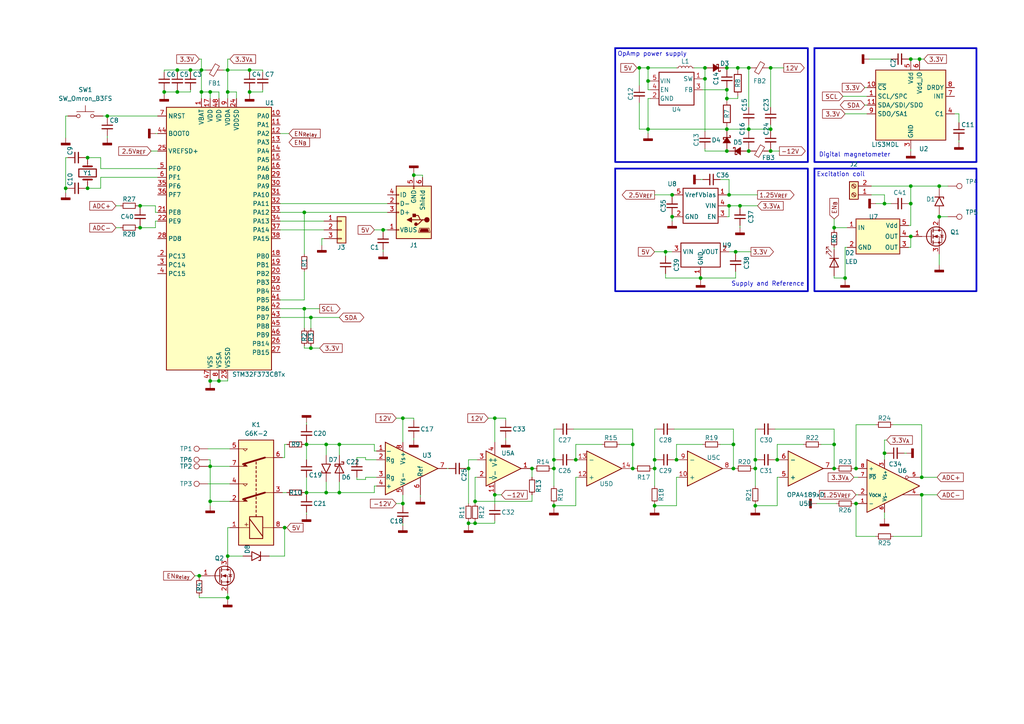
<source format=kicad_sch>
(kicad_sch (version 20230121) (generator eeschema)
  (paper "A4")
  (junction (at 135.89 135.89))
  (junction (at 88.9 128.905))
  (junction (at 98.425 142.875))
  (junction (at 204.47 22.86))
  (junction (at 40.64 66.04))
  (junction (at 135.89 151.765))
  (junction (at 189.865 135.89))
  (junction (at 264.16 17.145))
  (junction (at 256.54 131.445))
  (junction (at 210.82 19.685))
  (junction (at 25.4 45.72))
  (junction (at 167.005 133.35))
  (junction (at 154.305 135.89))
  (junction (at 183.515 135.89))
  (junction (at 120.015 50.8))
  (junction (at 272.415 62.865))
  (junction (at 66.04 173.355))
  (junction (at 58.42 26.67))
  (junction (at 211.455 56.515))
  (junction (at 143.51 143.51))
  (junction (at 66.04 20.32))
  (junction (at 189.865 133.35))
  (junction (at 60.96 135.255))
  (junction (at 51.435 26.67))
  (junction (at 214.63 59.69))
  (junction (at 137.795 145.415))
  (junction (at 88.265 89.535))
  (junction (at 219.075 133.35))
  (junction (at 210.82 28.575))
  (junction (at 187.96 23.495))
  (junction (at 55.245 20.32))
  (junction (at 267.335 138.43))
  (junction (at 223.52 19.685))
  (junction (at 248.285 146.05))
  (junction (at 264.16 68.58))
  (junction (at 213.995 19.685))
  (junction (at 160.655 133.35))
  (junction (at 204.47 19.685))
  (junction (at 72.39 20.32))
  (junction (at 210.82 43.815))
  (junction (at 245.11 80.645))
  (junction (at 94.615 128.905))
  (junction (at 264.16 53.975))
  (junction (at 213.36 73.025))
  (junction (at 223.52 37.465))
  (junction (at 187.96 19.685))
  (junction (at 256.54 59.055))
  (junction (at 51.435 20.32))
  (junction (at 217.17 37.465))
  (junction (at 40.64 59.69))
  (junction (at 90.17 92.075))
  (junction (at 160.655 135.89))
  (junction (at 72.39 26.67))
  (junction (at 217.17 43.815))
  (junction (at 266.7 17.145))
  (junction (at 116.84 121.285))
  (junction (at 210.82 37.465))
  (junction (at 267.335 143.51))
  (junction (at 98.425 128.905))
  (junction (at 185.42 19.685))
  (junction (at 116.84 146.05))
  (junction (at 189.865 146.685))
  (junction (at 60.96 26.67))
  (junction (at 143.51 121.285))
  (junction (at 60.96 145.415))
  (junction (at 210.82 26.035))
  (junction (at 47.625 26.67))
  (junction (at 212.725 128.905))
  (junction (at 241.935 128.905))
  (junction (at 223.52 43.815))
  (junction (at 187.96 37.465))
  (junction (at 94.615 142.875))
  (junction (at 90.17 100.965))
  (junction (at 63.5 110.49))
  (junction (at 88.9 142.875))
  (junction (at 203.2 80.645))
  (junction (at 272.415 53.975))
  (junction (at 212.725 135.89))
  (junction (at 183.515 128.905))
  (junction (at 60.96 110.49))
  (junction (at 241.935 135.89))
  (junction (at 219.075 146.685))
  (junction (at 225.425 133.35))
  (junction (at 217.17 19.685))
  (junction (at 88.265 61.595))
  (junction (at 194.945 56.515))
  (junction (at 160.655 146.685))
  (junction (at 25.4 54.61))
  (junction (at 248.285 135.89))
  (junction (at 82.55 153.035))
  (junction (at 194.945 62.865))
  (junction (at 58.42 20.32))
  (junction (at 137.795 151.765))
  (junction (at 196.215 133.35))
  (junction (at 211.455 59.69))
  (junction (at 264.16 59.055))
  (junction (at 57.785 167.005))
  (junction (at 241.935 66.04))
  (junction (at 66.04 161.29))
  (junction (at 19.05 54.61))
  (junction (at 193.04 73.025))
  (junction (at 66.04 26.67))
  (junction (at 219.075 135.89))
  (junction (at 111.125 66.675))
  (junction (at 31.115 33.655))
  (wire (pts (xy 203.835 26.035) (xy 210.82 26.035)))
  (wire (pts (xy 58.42 20.32) (xy 59.69 20.32)))
  (wire (pts (xy 66.04 20.32) (xy 64.77 20.32)))
  (wire (pts (xy 66.04 173.355) (xy 66.04 173.99)))
  (wire (pts (xy 236.855 146.05) (xy 242.57 146.05)))
  (wire (pts (xy 45.085 61.595) (xy 45.72 61.595)))
  (wire (pts (xy 135.255 135.89) (xy 135.89 135.89)))
  (wire (pts (xy 263.525 59.055) (xy 264.16 59.055)))
  (wire (pts (xy 226.06 138.43) (xy 225.425 138.43)))
  (wire (pts (xy 248.285 123.19) (xy 248.285 135.89)))
  (wire (pts (xy 143.51 121.285) (xy 143.51 128.27)))
  (wire (pts (xy 272.415 73.66) (xy 272.415 76.835)))
  (wire (pts (xy 160.655 133.35) (xy 160.655 135.89)))
  (wire (pts (xy 245.745 71.755) (xy 245.11 71.755)))
  (wire (pts (xy 247.65 146.05) (xy 248.285 146.05)))
  (wire (pts (xy 72.39 20.32) (xy 76.2 20.32)))
  (wire (pts (xy 55.245 26.035) (xy 55.245 26.67)))
  (wire (pts (xy 88.265 89.535) (xy 88.265 95.25)))
  (wire (pts (xy 248.285 135.89) (xy 248.92 135.89)))
  (wire (pts (xy 196.85 138.43) (xy 196.215 138.43)))
  (wire (pts (xy 213.36 78.74) (xy 213.36 80.645)))
  (wire (pts (xy 143.51 121.285) (xy 146.685 121.285)))
  (wire (pts (xy 204.47 43.18) (xy 204.47 43.815)))
  (wire (pts (xy 66.04 172.085) (xy 66.04 173.355)))
  (wire (pts (xy 72.39 20.955) (xy 72.39 20.32)))
  (wire (pts (xy 201.295 19.685) (xy 204.47 19.685)))
  (wire (pts (xy 217.17 37.465) (xy 217.17 36.195)))
  (wire (pts (xy 108.585 130.81) (xy 108.585 128.905)))
  (wire (pts (xy 203.835 128.905) (xy 196.215 128.905)))
  (wire (pts (xy 204.47 43.815) (xy 210.82 43.815)))
  (wire (pts (xy 82.55 128.905) (xy 83.185 128.905)))
  (wire (pts (xy 222.885 43.815) (xy 223.52 43.815)))
  (wire (pts (xy 193.04 73.025) (xy 193.04 74.295)))
  (wire (pts (xy 106.045 133.35) (xy 106.045 132.715)))
  (wire (pts (xy 108.585 140.97) (xy 108.585 142.875)))
  (wire (pts (xy 51.435 20.32) (xy 55.245 20.32)))
  (wire (pts (xy 143.51 151.13) (xy 143.51 151.765)))
  (wire (pts (xy 106.045 138.43) (xy 106.045 139.065)))
  (wire (pts (xy 263.525 68.58) (xy 264.16 68.58)))
  (wire (pts (xy 219.075 124.46) (xy 219.075 133.35)))
  (wire (pts (xy 190.5 124.46) (xy 189.865 124.46)))
  (wire (pts (xy 81.28 66.675) (xy 93.98 66.675)))
  (wire (pts (xy 40.64 59.69) (xy 45.085 59.69)))
  (wire (pts (xy 90.17 92.075) (xy 90.17 95.25)))
  (wire (pts (xy 210.82 19.685) (xy 213.995 19.685)))
  (wire (pts (xy 223.52 19.685) (xy 227.33 19.685)))
  (wire (pts (xy 60.325 130.175) (xy 66.675 130.175)))
  (wire (pts (xy 82.55 153.035) (xy 83.185 153.035)))
  (wire (pts (xy 248.285 143.51) (xy 248.92 143.51)))
  (wire (pts (xy 31.115 39.37) (xy 31.115 40.005)))
  (wire (pts (xy 160.02 135.89) (xy 160.655 135.89)))
  (wire (pts (xy 45.085 59.69) (xy 45.085 61.595)))
  (wire (pts (xy 189.23 135.89) (xy 189.865 135.89)))
  (wire (pts (xy 137.795 151.765) (xy 135.89 151.765)))
  (wire (pts (xy 203.2 52.07) (xy 203.835 52.07)))
  (wire (pts (xy 58.42 17.145) (xy 58.42 20.32)))
  (wire (pts (xy 250.825 30.48) (xy 251.46 30.48)))
  (wire (pts (xy 88.265 78.74) (xy 88.265 86.995)))
  (wire (pts (xy 29.845 33.655) (xy 31.115 33.655)))
  (wire (pts (xy 204.47 19.685) (xy 204.47 22.86)))
  (wire (pts (xy 189.865 146.685) (xy 189.865 147.32)))
  (wire (pts (xy 179.705 128.905) (xy 183.515 128.905)))
  (wire (pts (xy 254 59.055) (xy 256.54 59.055)))
  (wire (pts (xy 43.815 43.815) (xy 45.72 43.815)))
  (wire (pts (xy 66.04 161.29) (xy 66.04 153.035)))
  (wire (pts (xy 278.13 40.64) (xy 278.13 41.275)))
  (wire (pts (xy 109.22 130.81) (xy 108.585 130.81)))
  (wire (pts (xy 114.935 121.285) (xy 116.84 121.285)))
  (wire (pts (xy 263.525 65.405) (xy 264.16 65.405)))
  (wire (pts (xy 120.015 50.8) (xy 120.015 51.435)))
  (wire (pts (xy 195.58 62.865) (xy 194.945 62.865)))
  (wire (pts (xy 47.625 26.035) (xy 47.625 26.67)))
  (wire (pts (xy 233.045 128.905) (xy 225.425 128.905)))
  (wire (pts (xy 88.9 128.905) (xy 88.9 133.35)))
  (wire (pts (xy 88.265 100.965) (xy 90.17 100.965)))
  (wire (pts (xy 264.16 53.975) (xy 264.16 59.055)))
  (wire (pts (xy 217.17 43.815) (xy 217.17 43.18)))
  (wire (pts (xy 72.39 26.035) (xy 72.39 26.67)))
  (wire (pts (xy 252.095 17.145) (xy 258.445 17.145)))
  (wire (pts (xy 245.745 66.04) (xy 241.935 66.04)))
  (wire (pts (xy 63.5 26.67) (xy 60.96 26.67)))
  (wire (pts (xy 189.865 146.05) (xy 189.865 146.685)))
  (wire (pts (xy 66.04 26.67) (xy 66.04 20.32)))
  (wire (pts (xy 137.795 138.43) (xy 138.43 138.43)))
  (wire (pts (xy 93.345 69.215) (xy 93.345 71.12)))
  (wire (pts (xy 194.945 62.865) (xy 194.945 64.135)))
  (wire (pts (xy 40.64 66.04) (xy 40.64 65.405)))
  (wire (pts (xy 57.785 17.145) (xy 58.42 17.145)))
  (wire (pts (xy 88.9 128.27) (xy 88.9 128.905)))
  (wire (pts (xy 187.96 19.685) (xy 196.215 19.685)))
  (wire (pts (xy 122.555 50.8) (xy 120.015 50.8)))
  (wire (pts (xy 187.96 28.575) (xy 187.96 37.465)))
  (wire (pts (xy 223.52 36.195) (xy 223.52 37.465)))
  (wire (pts (xy 153.67 135.89) (xy 154.305 135.89)))
  (wire (pts (xy 24.765 45.72) (xy 25.4 45.72)))
  (wire (pts (xy 116.84 151.765) (xy 116.84 152.4)))
  (wire (pts (xy 88.265 86.995) (xy 81.28 86.995)))
  (wire (pts (xy 187.96 26.035) (xy 187.96 23.495)))
  (wire (pts (xy 267.335 143.51) (xy 271.78 143.51)))
  (wire (pts (xy 137.795 138.43) (xy 137.795 145.415)))
  (wire (pts (xy 187.96 37.465) (xy 210.82 37.465)))
  (wire (pts (xy 93.98 69.215) (xy 93.345 69.215)))
  (wire (pts (xy 210.82 36.83) (xy 210.82 37.465)))
  (wire (pts (xy 55.245 20.955) (xy 55.245 20.32)))
  (wire (pts (xy 58.42 20.32) (xy 58.42 26.67)))
  (wire (pts (xy 143.51 143.51) (xy 143.51 146.05)))
  (wire (pts (xy 81.28 38.735) (xy 83.82 38.735)))
  (wire (pts (xy 161.29 124.46) (xy 160.655 124.46)))
  (wire (pts (xy 120.015 121.285) (xy 120.015 121.92)))
  (wire (pts (xy 103.505 132.715) (xy 103.505 133.35)))
  (wire (pts (xy 112.395 66.675) (xy 111.125 66.675)))
  (wire (pts (xy 19.05 54.61) (xy 19.05 45.72)))
  (wire (pts (xy 111.125 66.675) (xy 111.125 67.31)))
  (wire (pts (xy 120.015 127) (xy 120.015 127.635)))
  (wire (pts (xy 223.52 43.815) (xy 226.06 43.815)))
  (wire (pts (xy 109.22 138.43) (xy 106.045 138.43)))
  (wire (pts (xy 257.175 127.635) (xy 256.54 127.635)))
  (wire (pts (xy 210.82 43.815) (xy 211.455 43.815)))
  (wire (pts (xy 76.2 26.035) (xy 76.2 26.67)))
  (wire (pts (xy 137.795 145.415) (xy 137.795 146.05)))
  (wire (pts (xy 272.415 53.975) (xy 272.415 54.61)))
  (wire (pts (xy 47.625 20.955) (xy 47.625 20.32)))
  (wire (pts (xy 129.54 135.89) (xy 130.175 135.89)))
  (wire (pts (xy 213.36 80.645) (xy 203.2 80.645)))
  (wire (pts (xy 160.655 146.685) (xy 160.655 147.32)))
  (wire (pts (xy 219.075 135.89) (xy 219.075 140.97)))
  (wire (pts (xy 183.515 135.89) (xy 184.15 135.89)))
  (wire (pts (xy 214.63 59.69) (xy 219.71 59.69)))
  (wire (pts (xy 244.475 27.94) (xy 251.46 27.94)))
  (wire (pts (xy 272.415 53.975) (xy 274.955 53.975)))
  (wire (pts (xy 72.39 26.67) (xy 76.2 26.67)))
  (wire (pts (xy 248.285 155.575) (xy 248.285 146.05)))
  (wire (pts (xy 109.22 140.97) (xy 108.585 140.97)))
  (wire (pts (xy 196.215 146.685) (xy 189.865 146.685)))
  (wire (pts (xy 267.335 155.575) (xy 267.335 143.51)))
  (wire (pts (xy 60.96 135.255) (xy 60.96 145.415)))
  (wire (pts (xy 25.4 54.61) (xy 29.21 54.61)))
  (wire (pts (xy 60.96 145.415) (xy 66.675 145.415)))
  (wire (pts (xy 141.605 121.285) (xy 143.51 121.285)))
  (wire (pts (xy 81.28 59.055) (xy 112.395 59.055)))
  (wire (pts (xy 24.765 54.61) (xy 25.4 54.61)))
  (wire (pts (xy 81.28 64.135) (xy 93.98 64.135)))
  (wire (pts (xy 111.125 72.39) (xy 111.125 73.025)))
  (wire (pts (xy 98.425 132.08) (xy 98.425 128.905)))
  (wire (pts (xy 81.915 153.035) (xy 82.55 153.035)))
  (wire (pts (xy 213.995 19.685) (xy 217.17 19.685)))
  (wire (pts (xy 185.42 37.465) (xy 187.96 37.465)))
  (wire (pts (xy 82.55 132.715) (xy 82.55 128.905)))
  (wire (pts (xy 267.335 138.43) (xy 266.7 138.43)))
  (wire (pts (xy 58.42 26.67) (xy 58.42 28.575)))
  (wire (pts (xy 216.535 43.815) (xy 217.17 43.815)))
  (wire (pts (xy 256.54 148.59) (xy 256.54 150.495)))
  (wire (pts (xy 60.96 109.855) (xy 60.96 110.49)))
  (wire (pts (xy 217.17 37.465) (xy 223.52 37.465)))
  (wire (pts (xy 241.935 80.01) (xy 241.935 80.645)))
  (wire (pts (xy 98.425 142.875) (xy 94.615 142.875)))
  (wire (pts (xy 225.425 128.905) (xy 225.425 133.35)))
  (wire (pts (xy 19.05 54.61) (xy 19.685 54.61)))
  (wire (pts (xy 98.425 128.905) (xy 94.615 128.905)))
  (wire (pts (xy 223.52 37.465) (xy 223.52 38.1)))
  (wire (pts (xy 33.655 66.04) (xy 34.925 66.04)))
  (wire (pts (xy 195.58 124.46) (xy 212.725 124.46)))
  (wire (pts (xy 210.82 28.575) (xy 210.82 29.21)))
  (wire (pts (xy 188.595 23.495) (xy 187.96 23.495)))
  (wire (pts (xy 210.82 19.685) (xy 210.82 20.32)))
  (wire (pts (xy 278.13 33.02) (xy 278.13 35.56)))
  (wire (pts (xy 81.28 89.535) (xy 88.265 89.535)))
  (wire (pts (xy 189.865 73.025) (xy 193.04 73.025)))
  (wire (pts (xy 137.795 151.13) (xy 137.795 151.765)))
  (wire (pts (xy 60.96 135.255) (xy 66.675 135.255)))
  (wire (pts (xy 189.865 56.515) (xy 194.945 56.515)))
  (wire (pts (xy 114.935 146.05) (xy 116.84 146.05)))
  (wire (pts (xy 225.425 138.43) (xy 225.425 146.685)))
  (wire (pts (xy 60.96 145.415) (xy 60.96 146.685)))
  (wire (pts (xy 264.16 43.815) (xy 264.16 43.18)))
  (wire (pts (xy 98.425 128.905) (xy 108.585 128.905)))
  (wire (pts (xy 66.04 20.32) (xy 72.39 20.32)))
  (wire (pts (xy 264.16 68.58) (xy 264.795 68.58)))
  (wire (pts (xy 116.84 143.51) (xy 116.84 146.05)))
  (wire (pts (xy 267.335 123.19) (xy 267.335 138.43)))
  (wire (pts (xy 121.92 143.51) (xy 121.92 144.145)))
  (wire (pts (xy 210.82 37.465) (xy 210.82 38.1)))
  (wire (pts (xy 82.55 161.29) (xy 82.55 153.035)))
  (wire (pts (xy 189.865 133.35) (xy 189.865 135.89)))
  (wire (pts (xy 267.335 143.51) (xy 266.7 143.51)))
  (wire (pts (xy 210.82 37.465) (xy 217.17 37.465)))
  (wire (pts (xy 122.555 51.435) (xy 122.555 50.8)))
  (wire (pts (xy 45.72 33.655) (xy 31.115 33.655)))
  (wire (pts (xy 40.005 66.04) (xy 40.64 66.04)))
  (wire (pts (xy 219.075 146.05) (xy 219.075 146.685)))
  (wire (pts (xy 213.995 19.685) (xy 213.995 20.32)))
  (wire (pts (xy 116.84 121.285) (xy 120.015 121.285)))
  (wire (pts (xy 160.655 146.05) (xy 160.655 146.685)))
  (wire (pts (xy 45.085 38.735) (xy 45.72 38.735)))
  (wire (pts (xy 187.96 23.495) (xy 187.96 19.685)))
  (wire (pts (xy 194.945 62.23) (xy 194.945 62.865)))
  (wire (pts (xy 33.655 59.69) (xy 34.925 59.69)))
  (wire (pts (xy 88.9 138.43) (xy 88.9 142.875)))
  (wire (pts (xy 166.37 133.35) (xy 167.005 133.35)))
  (wire (pts (xy 256.54 59.055) (xy 258.445 59.055)))
  (wire (pts (xy 196.215 138.43) (xy 196.215 146.685)))
  (wire (pts (xy 63.5 109.855) (xy 63.5 110.49)))
  (wire (pts (xy 187.96 37.465) (xy 187.96 38.735)))
  (wire (pts (xy 210.82 25.4) (xy 210.82 26.035)))
  (wire (pts (xy 106.045 132.715) (xy 103.505 132.715)))
  (wire (pts (xy 167.005 133.35) (xy 167.64 133.35)))
  (wire (pts (xy 272.415 62.865) (xy 272.415 62.23)))
  (wire (pts (xy 183.515 128.905) (xy 183.515 135.89)))
  (wire (pts (xy 174.625 128.905) (xy 167.005 128.905)))
  (wire (pts (xy 60.96 133.35) (xy 60.96 135.255)))
  (wire (pts (xy 218.44 135.89) (xy 219.075 135.89)))
  (wire (pts (xy 63.5 28.575) (xy 63.5 26.67)))
  (wire (pts (xy 167.005 128.905) (xy 167.005 133.35)))
  (wire (pts (xy 252.73 56.515) (xy 256.54 56.515)))
  (wire (pts (xy 225.425 146.685) (xy 219.075 146.685)))
  (wire (pts (xy 250.825 25.4) (xy 251.46 25.4)))
  (wire (pts (xy 160.655 135.89) (xy 160.655 140.97)))
  (wire (pts (xy 146.685 121.285) (xy 146.685 121.92)))
  (wire (pts (xy 219.075 133.35) (xy 219.075 135.89)))
  (wire (pts (xy 19.05 55.88) (xy 19.05 54.61)))
  (wire (pts (xy 98.425 139.7) (xy 98.425 142.875)))
  (wire (pts (xy 183.515 124.46) (xy 183.515 128.905)))
  (wire (pts (xy 154.305 135.89) (xy 154.305 138.43)))
  (wire (pts (xy 217.17 19.685) (xy 217.17 31.115)))
  (wire (pts (xy 185.42 19.685) (xy 187.96 19.685)))
  (wire (pts (xy 120.015 50.165) (xy 120.015 50.8)))
  (wire (pts (xy 193.04 73.025) (xy 194.945 73.025)))
  (wire (pts (xy 241.935 124.46) (xy 241.935 128.905)))
  (wire (pts (xy 194.945 57.15) (xy 194.945 56.515)))
  (wire (pts (xy 90.17 92.075) (xy 98.425 92.075)))
  (wire (pts (xy 167.64 138.43) (xy 167.005 138.43)))
  (wire (pts (xy 135.89 151.13) (xy 135.89 151.765)))
  (wire (pts (xy 245.11 80.645) (xy 245.11 81.28)))
  (wire (pts (xy 259.08 123.19) (xy 267.335 123.19)))
  (wire (pts (xy 185.42 24.765) (xy 185.42 19.685)))
  (wire (pts (xy 55.245 20.32) (xy 58.42 20.32)))
  (wire (pts (xy 185.42 37.465) (xy 185.42 29.845)))
  (wire (pts (xy 57.785 173.355) (xy 66.04 173.355)))
  (wire (pts (xy 264.16 53.975) (xy 272.415 53.975)))
  (wire (pts (xy 137.795 145.415) (xy 154.305 145.415)))
  (wire (pts (xy 211.455 56.515) (xy 219.71 56.515)))
  (wire (pts (xy 256.54 56.515) (xy 256.54 59.055)))
  (wire (pts (xy 66.04 109.855) (xy 66.04 110.49)))
  (wire (pts (xy 259.08 155.575) (xy 267.335 155.575)))
  (wire (pts (xy 241.935 135.89) (xy 241.3 135.89)))
  (wire (pts (xy 45.085 64.135) (xy 45.085 66.04)))
  (wire (pts (xy 195.58 56.515) (xy 194.945 56.515)))
  (wire (pts (xy 25.4 45.72) (xy 25.4 46.355)))
  (wire (pts (xy 88.265 128.905) (xy 88.9 128.905)))
  (wire (pts (xy 210.82 26.035) (xy 210.82 28.575)))
  (wire (pts (xy 217.17 37.465) (xy 217.17 38.1)))
  (wire (pts (xy 47.625 26.67) (xy 47.625 27.305)))
  (wire (pts (xy 214.63 65.405) (xy 214.63 66.04)))
  (wire (pts (xy 272.415 62.865) (xy 272.415 63.5)))
  (wire (pts (xy 47.625 26.67) (xy 51.435 26.67)))
  (wire (pts (xy 264.16 17.145) (xy 264.16 17.78)))
  (wire (pts (xy 257.175 131.445) (xy 256.54 131.445)))
  (wire (pts (xy 205.105 19.685) (xy 204.47 19.685)))
  (wire (pts (xy 212.725 124.46) (xy 212.725 128.905)))
  (wire (pts (xy 188.595 26.035) (xy 187.96 26.035)))
  (wire (pts (xy 88.265 89.535) (xy 92.71 89.535)))
  (wire (pts (xy 31.115 33.655) (xy 31.115 34.29)))
  (wire (pts (xy 160.655 133.35) (xy 161.29 133.35)))
  (wire (pts (xy 187.96 28.575) (xy 188.595 28.575)))
  (wire (pts (xy 248.285 146.05) (xy 248.92 146.05)))
  (wire (pts (xy 66.04 153.035) (xy 66.675 153.035)))
  (wire (pts (xy 94.615 132.08) (xy 94.615 128.905)))
  (wire (pts (xy 219.71 124.46) (xy 219.075 124.46)))
  (wire (pts (xy 264.16 17.145) (xy 266.7 17.145)))
  (wire (pts (xy 245.11 71.755) (xy 245.11 80.645)))
  (wire (pts (xy 262.255 131.445) (xy 262.89 131.445)))
  (wire (pts (xy 66.04 110.49) (xy 63.5 110.49)))
  (wire (pts (xy 196.215 133.35) (xy 196.85 133.35)))
  (wire (pts (xy 135.89 135.89) (xy 135.89 133.35)))
  (wire (pts (xy 210.82 43.815) (xy 210.82 43.18)))
  (wire (pts (xy 217.17 19.685) (xy 217.805 19.685)))
  (wire (pts (xy 51.435 26.67) (xy 55.245 26.67)))
  (wire (pts (xy 81.915 142.875) (xy 83.185 142.875)))
  (wire (pts (xy 47.625 20.32) (xy 51.435 20.32)))
  (wire (pts (xy 63.5 110.49) (xy 60.96 110.49)))
  (wire (pts (xy 137.795 151.765) (xy 143.51 151.765)))
  (wire (pts (xy 81.915 132.715) (xy 82.55 132.715)))
  (wire (pts (xy 276.86 33.02) (xy 278.13 33.02)))
  (wire (pts (xy 94.615 139.7) (xy 94.615 142.875)))
  (wire (pts (xy 51.435 26.035) (xy 51.435 26.67)))
  (wire (pts (xy 196.215 128.905) (xy 196.215 133.35)))
  (wire (pts (xy 81.28 61.595) (xy 88.265 61.595)))
  (wire (pts (xy 94.615 142.875) (xy 88.9 142.875)))
  (wire (pts (xy 88.9 128.905) (xy 94.615 128.905)))
  (wire (pts (xy 189.865 133.35) (xy 190.5 133.35)))
  (wire (pts (xy 135.89 151.765) (xy 135.89 152.4)))
  (wire (pts (xy 211.455 62.865) (xy 211.455 59.69)))
  (wire (pts (xy 143.51 143.51) (xy 145.415 143.51)))
  (wire (pts (xy 106.045 139.065) (xy 103.505 139.065)))
  (wire (pts (xy 51.435 20.32) (xy 51.435 20.955)))
  (wire (pts (xy 213.995 28.575) (xy 210.82 28.575)))
  (wire (pts (xy 241.935 66.04) (xy 241.935 66.675)))
  (wire (pts (xy 90.17 100.965) (xy 92.71 100.965)))
  (wire (pts (xy 45.72 51.435) (xy 29.21 51.435)))
  (wire (pts (xy 60.325 135.255) (xy 60.96 135.255)))
  (wire (pts (xy 66.675 17.145) (xy 66.04 17.145)))
  (wire (pts (xy 90.17 100.33) (xy 90.17 100.965)))
  (wire (pts (xy 78.105 161.29) (xy 82.55 161.29)))
  (wire (pts (xy 88.9 122.555) (xy 88.9 123.19)))
  (wire (pts (xy 245.11 33.02) (xy 251.46 33.02)))
  (wire (pts (xy 254 123.19) (xy 248.285 123.19)))
  (wire (pts (xy 88.265 73.66) (xy 88.265 61.595)))
  (wire (pts (xy 138.43 133.35) (xy 135.89 133.35)))
  (wire (pts (xy 146.685 127) (xy 146.685 127.635)))
  (wire (pts (xy 263.525 71.755) (xy 264.16 71.755)))
  (wire (pts (xy 225.425 133.35) (xy 226.06 133.35)))
  (wire (pts (xy 116.84 146.05) (xy 116.84 146.685)))
  (wire (pts (xy 108.585 66.675) (xy 111.125 66.675)))
  (wire (pts (xy 88.265 61.595) (xy 112.395 61.595)))
  (wire (pts (xy 241.935 128.905) (xy 241.935 135.89)))
  (wire (pts (xy 183.515 135.89) (xy 182.88 135.89)))
  (wire (pts (xy 210.82 62.865) (xy 211.455 62.865)))
  (wire (pts (xy 45.72 48.895) (xy 29.21 48.895)))
  (wire (pts (xy 256.54 127.635) (xy 256.54 131.445)))
  (wire (pts (xy 167.005 146.685) (xy 160.655 146.685)))
  (wire (pts (xy 19.05 40.005) (xy 19.05 33.655)))
  (wire (pts (xy 66.04 161.29) (xy 70.485 161.29)))
  (wire (pts (xy 72.39 26.67) (xy 72.39 27.305)))
  (wire (pts (xy 210.185 19.685) (xy 210.82 19.685)))
  (wire (pts (xy 88.9 142.875) (xy 88.9 143.51)))
  (wire (pts (xy 40.64 66.04) (xy 45.085 66.04)))
  (wire (pts (xy 213.36 73.66) (xy 213.36 73.025)))
  (wire (pts (xy 211.455 52.07) (xy 211.455 56.515)))
  (wire (pts (xy 238.125 128.905) (xy 241.935 128.905)))
  (wire (pts (xy 29.21 45.72) (xy 25.4 45.72)))
  (wire (pts (xy 247.65 135.89) (xy 248.285 135.89)))
  (wire (pts (xy 135.89 146.05) (xy 135.89 135.89)))
  (wire (pts (xy 211.455 73.025) (xy 213.36 73.025)))
  (wire (pts (xy 66.04 28.575) (xy 66.04 26.67)))
  (wire (pts (xy 60.96 26.67) (xy 58.42 26.67)))
  (wire (pts (xy 223.52 43.815) (xy 223.52 43.18)))
  (wire (pts (xy 219.075 133.35) (xy 219.71 133.35)))
  (wire (pts (xy 224.79 124.46) (xy 241.935 124.46)))
  (wire (pts (xy 204.47 22.86) (xy 203.835 22.86)))
  (wire (pts (xy 211.455 59.69) (xy 214.63 59.69)))
  (wire (pts (xy 60.325 140.335) (xy 66.675 140.335)))
  (wire (pts (xy 166.37 124.46) (xy 183.515 124.46)))
  (wire (pts (xy 213.995 27.94) (xy 213.995 28.575)))
  (wire (pts (xy 66.04 17.145) (xy 66.04 20.32)))
  (wire (pts (xy 208.915 52.07) (xy 211.455 52.07)))
  (wire (pts (xy 66.04 161.925) (xy 66.04 161.29)))
  (wire (pts (xy 267.97 17.145) (xy 266.7 17.145)))
  (wire (pts (xy 193.04 79.375) (xy 193.04 80.645)))
  (wire (pts (xy 76.2 20.955) (xy 76.2 20.32)))
  (wire (pts (xy 98.425 142.875) (xy 108.585 142.875)))
  (wire (pts (xy 103.505 138.43) (xy 103.505 139.065)))
  (wire (pts (xy 29.21 48.895) (xy 29.21 45.72)))
  (wire (pts (xy 109.22 133.35) (xy 106.045 133.35)))
  (wire (pts (xy 254 155.575) (xy 248.285 155.575)))
  (wire (pts (xy 60.96 26.67) (xy 60.96 28.575)))
  (wire (pts (xy 88.9 148.59) (xy 88.9 149.225)))
  (wire (pts (xy 217.17 43.815) (xy 217.805 43.815)))
  (wire (pts (xy 29.21 51.435) (xy 29.21 54.61)))
  (wire (pts (xy 189.865 124.46) (xy 189.865 133.35)))
  (wire (pts (xy 19.05 33.655) (xy 19.685 33.655)))
  (wire (pts (xy 263.525 17.145) (xy 264.16 17.145)))
  (wire (pts (xy 252.73 53.975) (xy 264.16 53.975)))
  (wire (pts (xy 266.7 17.78) (xy 266.7 17.145)))
  (wire (pts (xy 241.935 80.645) (xy 245.11 80.645)))
  (wire (pts (xy 160.655 124.46) (xy 160.655 133.35)))
  (wire (pts (xy 167.005 138.43) (xy 167.005 146.685)))
  (wire (pts (xy 57.785 172.72) (xy 57.785 173.355)))
  (wire (pts (xy 40.64 59.69) (xy 40.64 60.325)))
  (wire (pts (xy 214.63 59.69) (xy 214.63 60.325)))
  (wire (pts (xy 241.935 135.89) (xy 242.57 135.89)))
  (wire (pts (xy 19.05 45.72) (xy 19.685 45.72)))
  (wire (pts (xy 60.325 133.35) (xy 60.96 133.35)))
  (wire (pts (xy 247.65 138.43) (xy 248.92 138.43)))
  (wire (pts (xy 224.79 133.35) (xy 225.425 133.35)))
  (wire (pts (xy 208.915 128.905) (xy 212.725 128.905)))
  (wire (pts (xy 154.305 145.415) (xy 154.305 143.51)))
  (wire (pts (xy 25.4 54.61) (xy 25.4 53.975)))
  (wire (pts (xy 60.96 110.49) (xy 60.96 111.125)))
  (wire (pts (xy 45.72 64.135) (xy 45.085 64.135)))
  (wire (pts (xy 203.2 80.01) (xy 203.2 80.645)))
  (wire (pts (xy 193.04 80.645) (xy 203.2 80.645)))
  (wire (pts (xy 211.455 59.69) (xy 210.82 59.69)))
  (wire (pts (xy 223.52 19.685) (xy 223.52 31.115)))
  (wire (pts (xy 212.725 128.905) (xy 212.725 135.89)))
  (wire (pts (xy 210.82 56.515) (xy 211.455 56.515)))
  (wire (pts (xy 88.265 100.33) (xy 88.265 100.965)))
  (wire (pts (xy 219.075 146.685) (xy 219.075 147.32)))
  (wire (pts (xy 264.16 71.755) (xy 264.16 68.58)))
  (wire (pts (xy 58.42 167.005) (xy 57.785 167.005)))
  (wire (pts (xy 189.865 135.89) (xy 189.865 140.97)))
  (wire (pts (xy 154.305 135.89) (xy 154.94 135.89)))
  (wire (pts (xy 68.58 26.67) (xy 66.04 26.67)))
  (wire (pts (xy 68.58 28.575) (xy 68.58 26.67)))
  (wire (pts (xy 241.935 71.755) (xy 241.935 72.39)))
  (wire (pts (xy 203.2 80.645) (xy 203.2 81.28)))
  (wire (pts (xy 40.005 59.69) (xy 40.64 59.69)))
  (wire (pts (xy 274.955 62.865) (xy 272.415 62.865)))
  (wire (pts (xy 204.47 22.86) (xy 204.47 38.1)))
  (wire (pts (xy 195.58 133.35) (xy 196.215 133.35)))
  (wire (pts (xy 184.785 19.685) (xy 185.42 19.685)))
  (wire (pts (xy 267.335 138.43) (xy 271.78 138.43)))
  (wire (pts (xy 213.36 73.025) (xy 217.805 73.025)))
  (wire (pts (xy 212.725 135.89) (xy 212.09 135.89)))
  (wire (pts (xy 88.9 142.875) (xy 88.265 142.875)))
  (wire (pts (xy 116.84 121.285) (xy 116.84 128.27)))
  (wire (pts (xy 241.935 63.5) (xy 241.935 66.04)))
  (wire (pts (xy 56.515 167.005) (xy 57.785 167.005)))
  (wire (pts (xy 57.785 167.005) (xy 57.785 167.64)))
  (wire (pts (xy 264.16 59.055) (xy 264.16 65.405)))
  (wire (pts (xy 212.725 135.89) (xy 213.36 135.89)))
  (wire (pts (xy 81.28 92.075) (xy 90.17 92.075)))
  (wire (pts (xy 222.885 19.685) (xy 223.52 19.685)))
  (wire (pts (xy 256.54 131.445) (xy 256.54 133.35)))
  (rectangle (start 178.435 13.97) (end 234.315 46.99) (stroke (width 0.5)))
  (rectangle (start 236.22 48.895) (end 283.21 84.455) (stroke (width 0.5)))
  (rectangle (start 236.22 13.97) (end 283.21 46.99) (stroke (width 0.5)))
  (rectangle (start 178.435 48.895) (end 234.315 84.455) (stroke (width 0.5)))
  (text "Digital magnetometer" (at 237.49 45.72 0) (effects (font (size 1.27 1.27)) (justify left bottom)))
  (text "Supply and Reference" (at 212.09 83.185 0) (effects (font (size 1.27 1.27)) (justify left bottom)))
  (text "Excitation coil" (at 236.855 51.435 0) (effects (font (size 1.27 1.27)) (justify left bottom)))
  (text "OpAmp power supply" (at 179.07 16.51 0) (effects (font (size 1.27 1.27)) (justify left bottom)))
  (global_label "3.3V" (shape input) (at 245.11 33.02 180) (property "Intersheetrefs" "${INTERSHEET_REFS}" (effects hide)))
  (global_label "3.3V_{A}" (shape input) (at 247.65 138.43 180) (property "Intersheetrefs" "${INTERSHEET_REFS}" (effects hide)))
  (global_label "3.3V_{A}" (shape input) (at 66.675 17.145 0) (property "Intersheetrefs" "${INTERSHEET_REFS}" (effects hide)))
  (global_label "3.3V" (shape input) (at 57.785 17.145 180) (property "Intersheetrefs" "${INTERSHEET_REFS}" (effects hide)))
  (global_label "SDA" (shape bidirectional) (at 250.825 30.48 180) (property "Intersheetrefs" "${INTERSHEET_REFS}" (effects hide)))
  (global_label "EN_{Relay}" (shape input) (at 56.515 167.005 180) (property "Intersheetrefs" "${INTERSHEET_REFS}" (effects hide)))
  (global_label "ADC+" (shape input) (at 33.655 59.69 180) (property "Intersheetrefs" "${INTERSHEET_REFS}" (effects hide)))
  (global_label "3.3V_{A}" (shape input) (at 257.175 127.635 0) (property "Intersheetrefs" "${INTERSHEET_REFS}" (effects hide)))
  (global_label "2.5V_{REF}" (shape output) (at 189.865 56.515 180) (property "Intersheetrefs" "${INTERSHEET_REFS}" (effects hide)) (property "Referencias entre hojas" "${INTERSHEET_REFS}" (effects hide)))
  (global_label "5V" (shape input) (at 83.185 153.035 0) (property "Intersheetrefs" "${INTERSHEET_REFS}" (effects hide)) (property "Referencias entre hojas" "${INTERSHEET_REFS}" (effects hide)))
  (global_label "3.3V" (shape input) (at 267.97 17.145 0) (property "Intersheetrefs" "${INTERSHEET_REFS}" (effects hide)))
  (global_label "5V" (shape input) (at 184.785 19.685 180) (property "Intersheetrefs" "${INTERSHEET_REFS}" (effects hide)) (property "Referencias entre hojas" "${INTERSHEET_REFS}" (effects hide)))
  (global_label "SDA" (shape bidirectional) (at 98.425 92.075 0) (property "Intersheetrefs" "${INTERSHEET_REFS}" (effects hide)))
  (global_label "3.3V_{A}" (shape input) (at 219.71 59.69 0) (property "Intersheetrefs" "${INTERSHEET_REFS}" (effects hide)) (property "Referencias entre hojas" "${INTERSHEET_REFS}" (effects hide)))
  (global_label "12V" (shape input) (at 141.605 121.285 180) (property "Intersheetrefs" "${INTERSHEET_REFS}" (effects hide)) (property "Referencias entre hojas" "${INTERSHEET_REFS}" (effects hide)))
  (global_label "5V" (shape input) (at 189.865 73.025 180) (property "Intersheetrefs" "${INTERSHEET_REFS}" (effects hide)) (property "Referencias entre hojas" "${INTERSHEET_REFS}" (effects hide)))
  (global_label "1.25V_{REF}" (shape input) (at 248.285 143.51 180) (property "Intersheetrefs" "${INTERSHEET_REFS}" (effects hide)) (property "Referencias entre hojas" "${INTERSHEET_REFS}" (effects hide)))
  (global_label "2.5V_{REF}" (shape input) (at 43.815 43.815 180) (property "Intersheetrefs" "${INTERSHEET_REFS}" (effects hide)))
  (global_label "5V" (shape input) (at 108.585 66.675 180) (property "Intersheetrefs" "${INTERSHEET_REFS}" (effects hide)) (property "Referencias entre hojas" "${INTERSHEET_REFS}" (effects hide)))
  (global_label "-12V" (shape input) (at 114.935 146.05 180) (property "Intersheetrefs" "${INTERSHEET_REFS}" (effects hide)) (property "Referencias entre hojas" "${INTERSHEET_REFS}" (effects hide)))
  (global_label "3.3V" (shape input) (at 92.71 100.965 0) (property "Intersheetrefs" "${INTERSHEET_REFS}" (effects hide)))
  (global_label "ADC-" (shape input) (at 271.78 143.51 0) (property "Intersheetrefs" "${INTERSHEET_REFS}" (effects hide)))
  (global_label "3.3V" (shape output) (at 217.805 73.025 0) (property "Intersheetrefs" "${INTERSHEET_REFS}" (effects hide)))
  (global_label "EN_{Relay}" (shape input) (at 83.82 38.735 0) (property "Intersheetrefs" "${INTERSHEET_REFS}" (effects hide)))
  (global_label "12V" (shape input) (at 114.935 121.285 180) (property "Intersheetrefs" "${INTERSHEET_REFS}" (effects hide)) (property "Referencias entre hojas" "${INTERSHEET_REFS}" (effects hide)))
  (global_label "1.25V_{REF}" (shape output) (at 219.71 56.515 0) (property "Intersheetrefs" "${INTERSHEET_REFS}" (effects hide)) (property "Referencias entre hojas" "${INTERSHEET_REFS}" (effects hide)))
  (global_label "EN_{B}" (shape input) (at 83.82 41.275 0) (property "Intersheetrefs" "${INTERSHEET_REFS}" (effects hide)))
  (global_label "-12V" (shape output) (at 226.06 43.815 0) (property "Intersheetrefs" "${INTERSHEET_REFS}" (effects hide)) (property "Referencias entre hojas" "${INTERSHEET_REFS}" (effects hide)))
  (global_label "EN_{B}" (shape input) (at 241.935 63.5 90) (property "Intersheetrefs" "${INTERSHEET_REFS}" (effects hide)))
  (global_label "SCL" (shape output) (at 92.71 89.535 0) (property "Intersheetrefs" "${INTERSHEET_REFS}" (effects hide)))
  (global_label "12V" (shape output) (at 227.33 19.685 0) (property "Intersheetrefs" "${INTERSHEET_REFS}" (effects hide)) (property "Referencias entre hojas" "${INTERSHEET_REFS}" (effects hide)))
  (global_label "ADC+" (shape input) (at 271.78 138.43 0) (property "Intersheetrefs" "${INTERSHEET_REFS}" (effects hide)))
  (global_label "ADC-" (shape input) (at 33.655 66.04 180) (property "Intersheetrefs" "${INTERSHEET_REFS}" (effects hide)))
  (global_label "3.3V" (shape input) (at 250.825 25.4 180) (property "Intersheetrefs" "${INTERSHEET_REFS}" (effects hide)))
  (global_label "-12V" (shape input) (at 145.415 143.51 0) (property "Intersheetrefs" "${INTERSHEET_REFS}" (effects hide)) (property "Referencias entre hojas" "${INTERSHEET_REFS}" (effects hide)))
  (global_label "SCL" (shape input) (at 244.475 27.94 180) (property "Intersheetrefs" "${INTERSHEET_REFS}" (effects hide)))
  (symbol (lib_id "power:GNDD") (at 146.685 127.635 0) (unit 1)
    (property "Reference" "#PWR033" (effects hide))
    (property "Value" "GNDD" (effects hide))
  )
  (symbol (lib_id "3Phase-rescue:C_Small-3Phase-rescue") (at 214.63 62.865 180) (unit 1)
    (property "Reference" "C37" (at 217.805 60.96 90) (effects (justify left)))
    (property "Value" "CC0603KRX7R9BB104" (effects hide))
    (property "Footprint" "Capacitor_SMD:C_0603_1608Metric" (effects hide))
    (property "LCSC" "C14663" (effects hide))
    (property "Description" "100nF capacitor" (effects hide))
    (property "Manufacturer" "Yageo" (effects hide))
  )
  (symbol (lib_id "Device:C_Small") (at 163.83 133.35 90) (unit 1)
    (property "Reference" "C26" (at 165.735 136.525 90) (effects (justify left)))
    (property "Value" "C_Small" (effects hide))
    (property "Footprint" "Capacitor_SMD:C_0603_1608Metric" (effects hide))
  )
  (symbol (lib_id "Device:FerriteBead_Small") (at 220.345 43.815 90) (unit 1)
    (property "Reference" "FB3" (at 222.885 45.72 90))
    (property "Value" "FerriteBead_Small" (effects hide))
    (property "Footprint" "Inductor_SMD:L_0603_1608Metric" (effects hide))
  )
  (symbol (lib_id "Device:R_Small") (at 256.54 123.19 90) (unit 1)
    (property "Reference" "R24" (at 256.54 121.285 90))
    (property "Value" "R_Small" (effects hide))
    (property "Footprint" "Resistor_SMD:R_0603_1608Metric" (effects hide))
  )
  (symbol (lib_id "power:GNDD") (at 245.11 81.28 0) (unit 1)
    (property "Reference" "#PWR022" (effects hide))
    (property "Value" "GNDD" (effects hide))
  )
  (symbol (lib_id "Device:R_Small") (at 85.725 128.905 270) (unit 1)
    (property "Reference" "R9" (at 85.725 128.905 90))
    (property "Value" "R_Small" (effects hide))
    (property "Footprint" "Resistor_SMD:R_0603_1608Metric" (effects hide))
  )
  (symbol (lib_id "Device:C_Small") (at 259.715 131.445 90) (unit 1)
    (property "Reference" "C34" (at 261.62 134.62 90) (effects (justify left)))
    (property "Value" "C_Small" (effects hide))
    (property "Footprint" "Capacitor_SMD:C_0603_1608Metric" (effects hide))
  )
  (symbol (lib_id "Device:LED") (at 241.935 76.2 270) (unit 1)
    (property "Reference" "D2" (at 245.11 73.3425 90) (effects (justify left)))
    (property "Value" "LED" (at 245.11 75.8825 90) (effects (justify left)))
    (property "Footprint" "LED_SMD:LED_0603_1608Metric" (effects hide))
  )
  (symbol (lib_id "Amplifier_Operational:OPA4196xD") (at 233.68 135.89 0) (mirror x) (unit 2)
    (property "Reference" "U5" (at 233.68 146.05 0))
    (property "Value" "OPA4189xD" (at 233.68 143.51 0))
    (property "Footprint" "Package_SO:SOIC-14_3.9x8.7mm_P1.27mm" (effects hide))
    (property "Datasheet" "http://www.ti.com/lit/ds/symlink/opa4196.pdf" (effects hide))
  )
  (symbol (lib_id "Device:C_Small") (at 260.985 17.145 90) (unit 1)
    (property "Reference" "C2" (at 259.08 19.685 0) (effects (justify left)))
    (property "Value" "100nF" (effects hide))
    (property "Footprint" "Capacitor_SMD:C_0603_1608Metric" (effects hide))
  )
  (symbol (lib_id "Diode:SMAJ45A") (at 272.415 58.42 270) (unit 1)
    (property "Reference" "D1" (at 268.605 57.785 90) (effects (justify left)))
    (property "Value" "SMAJ45A" (effects hide))
    (property "Footprint" "Diode_SMD:D_SMA" (effects hide))
    (property "Datasheet" "https://www.littelfuse.com/media?resourcetype=datasheets&itemid=75e32973-b177-4ee3-a0ff-cedaf1abdb93&filename=smaj-datasheet" (effects hide))
  )
  (symbol (lib_id "3Phase-rescue:C_Small-3Phase-rescue") (at 260.985 59.055 270) (unit 1)
    (property "Reference" "C41" (at 259.08 55.88 90) (effects (justify left)))
    (property "Value" "CC0603KRX7R9BB104" (effects hide))
    (property "Footprint" "Capacitor_SMD:C_0603_1608Metric" (effects hide))
    (property "LCSC" "C14663" (effects hide))
    (property "Description" "100nF capacitor" (effects hide))
    (property "Manufacturer" "Yageo" (effects hide))
  )
  (symbol (lib_id "Device:C_Small") (at 278.13 38.1 0) (unit 1)
    (property "Reference" "C11" (at 278.765 36.195 0) (effects (justify left)))
    (property "Value" "100nF" (effects hide))
    (property "Footprint" "Capacitor_SMD:C_0603_1608Metric" (effects hide))
  )
  (symbol (lib_id "power:GNDD") (at 189.865 147.32 0) (unit 1)
    (property "Reference" "#PWR031" (effects hide))
    (property "Value" "GNDD" (effects hide))
  )
  (symbol (lib_id "Device:C_Small") (at 47.625 23.495 0) (unit 1)
    (property "Reference" "C6" (at 48.26 21.59 0) (effects (justify left)))
    (property "Value" "100nF" (effects hide))
    (property "Footprint" "Capacitor_SMD:C_0603_1608Metric" (effects hide))
  )
  (symbol (lib_id "Device:C_Small") (at 111.125 69.85 0) (unit 1)
    (property "Reference" "C1" (at 107.315 71.755 0) (effects (justify left)))
    (property "Value" "100uF" (effects hide))
    (property "Footprint" "Capacitor_SMD:C_1206_3216Metric" (effects hide))
  )
  (symbol (lib_id "3Phase-rescue:C_Small-3Phase-rescue") (at 213.36 76.2 180) (unit 1)
    (property "Reference" "C38" (at 216.535 74.295 90) (effects (justify left)))
    (property "Value" "100nF" (effects hide))
    (property "Footprint" "Capacitor_SMD:C_0603_1608Metric" (effects hide))
    (property "LCSC" "C14663" (effects hide))
    (property "Description" "100nF capacitor" (effects hide))
    (property "Manufacturer" "Yageo" (effects hide))
  )
  (symbol (lib_id "Device:C_Small") (at 76.2 23.495 0) (unit 1)
    (property "Reference" "C7" (at 76.835 21.59 0) (effects (justify left)))
    (property "Value" "100nF" (effects hide))
    (property "Footprint" "Capacitor_SMD:C_0603_1608Metric" (effects hide))
  )
  (symbol (lib_id "power:GNDD") (at 278.13 41.275 0) (unit 1)
    (property "Reference" "#PWR016" (effects hide))
    (property "Value" "GNDD" (effects hide))
  )
  (symbol (lib_id "Device:R_Small") (at 186.69 135.89 90) (unit 1)
    (property "Reference" "R17" (at 186.69 138.43 90))
    (property "Value" "R_Small" (effects hide))
    (property "Footprint" "Resistor_SMD:R_0603_1608Metric" (effects hide))
  )
  (symbol (lib_id "3Phase-rescue:R-3Phase-rescue") (at 210.82 33.02 0) (mirror y) (unit 1)
    (property "Reference" "R7" (at 210.82 33.02 90))
    (property "Value" "15k" (effects hide))
    (property "Footprint" "Resistor_SMD:R_0603_1608Metric" (effects hide))
    (property "LCSC" "C114661" (effects hide))
    (property "Description" "15k resistor" (effects hide))
    (property "Manufacturer" "Yageo" (effects hide))
  )
  (symbol (lib_id "power:GNDD") (at 47.625 27.305 0) (unit 1)
    (property "Reference" "#PWR03" (effects hide))
    (property "Value" "GNDD" (effects hide))
  )
  (symbol (lib_id "power:GNDD") (at 116.84 152.4 0) (unit 1)
    (property "Reference" "#PWR020" (effects hide))
    (property "Value" "GNDD" (effects hide))
  )
  (symbol (lib_id "Device:C_Small") (at 143.51 148.59 0) (unit 1)
    (property "Reference" "C32" (at 145.415 148.59 0) (effects (justify left)))
    (property "Value" "C_Small" (effects hide))
    (property "Footprint" "Capacitor_SMD:C_0603_1608Metric" (effects hide))
  )
  (symbol (lib_id "Connector_Generic:Conn_01x03") (at 99.06 66.675 0) (unit 1)
    (property "Reference" "J3" (at 97.79 71.755 0) (effects (justify left)))
    (property "Value" "Conn_01x03" (effects hide))
    (property "Footprint" "Connector_PinHeader_2.54mm:PinHeader_1x03_P2.54mm_Vertical" (effects hide))
  )
  (symbol (lib_id "3Phase-rescue:C_Small-3Phase-rescue") (at 217.17 33.655 0) (mirror y) (unit 1)
    (property "Reference" "C15" (at 215.9 32.385 90) (effects (justify left)))
    (property "Value" "1uF" (effects hide))
    (property "Footprint" "Capacitor_SMD:C_0603_1608Metric" (effects hide))
    (property "LCSC" "C559769" (effects hide))
    (property "Description" "1uF capacitor" (effects hide))
    (property "Manufacturer" "Yageo" (effects hide))
  )
  (symbol (lib_id "power:GNDD") (at 88.9 149.225 0) (unit 1)
    (property "Reference" "#PWR027" (effects hide))
    (property "Value" "GNDD" (effects hide))
  )
  (symbol (lib_id "Components:LM27313XMF") (at 196.215 26.035 0) (unit 1)
    (property "Reference" "U4" (at 196.215 31.75 0))
    (property "Value" "LM27313XMFX/NOPB" (effects hide))
    (property "Footprint" "Package_TO_SOT_SMD:SOT-23-5" (effects hide))
    (property "LCSC" "C341750" (effects hide))
    (property "Description" "Boost converter" (effects hide))
    (property "Manufacturer" "Texas Instruments" (effects hide))
  )
  (symbol (lib_id "Device:R_Small") (at 189.865 143.51 180) (unit 1)
    (property "Reference" "R18" (at 191.77 143.51 90))
    (property "Value" "R_Small" (effects hide))
    (property "Footprint" "Resistor_SMD:R_0603_1608Metric" (effects hide))
  )
  (symbol (lib_id "Relay:G6K-2") (at 74.295 142.875 90) (unit 1)
    (property "Reference" "K1" (at 74.295 123.19 90))
    (property "Value" "G6K-2" (at 74.295 125.73 90))
    (property "Footprint" "Relay_SMD:Relay_DPDT_Omron_G6K-2F-Y" (effects hide))
    (property "Datasheet" "http://omronfs.omron.com/en_US/ecb/products/pdf/en-g6k.pdf" (effects hide))
  )
  (symbol (lib_id "power:GNDD") (at 203.2 81.28 0) (unit 1)
    (property "Reference" "#PWR017" (effects hide))
    (property "Value" "GND" (effects hide))
  )
  (symbol (lib_id "Amplifier_Operational:OPA4196xD") (at 175.26 135.89 0) (mirror x) (unit 4)
    (property "Reference" "U5" (at 175.895 140.335 0))
    (property "Value" "OPA4189xD" (effects hide))
    (property "Footprint" "Package_SO:SOIC-14_3.9x8.7mm_P1.27mm" (effects hide))
    (property "Datasheet" "http://www.ti.com/lit/ds/symlink/opa4196.pdf" (effects hide))
  )
  (symbol (lib_id "Device:R_Small") (at 245.11 146.05 90) (unit 1)
    (property "Reference" "R26" (at 245.11 147.955 90))
    (property "Value" "R_Small" (effects hide))
    (property "Footprint" "Resistor_SMD:R_0603_1608Metric" (effects hide))
  )
  (symbol (lib_id "Device:C_Small") (at 40.64 62.865 0) (unit 1)
    (property "Reference" "C40" (at 34.925 62.865 0) (effects (justify left)))
    (property "Value" "C_Small" (effects hide))
    (property "Footprint" "Capacitor_SMD:C_0603_1608Metric" (effects hide))
  )
  (symbol (lib_id "Device:D_Schottky_Small_ALT") (at 213.995 43.815 0) (unit 1)
    (property "Reference" "D5" (at 213.995 41.275 0))
    (property "Value" "SD103AWS-7-F" (effects hide))
    (property "Footprint" "Diode_SMD:D_SOD-323" (effects hide))
    (property "LCSC" "C154860" (effects hide))
    (property "Description" "Schottky Barrier Diode" (effects hide))
    (property "Manufacturer" "Diodes Incorporated" (effects hide))
  )
  (symbol (lib_id "power:GNDD") (at 236.855 146.05 270) (unit 1)
    (property "Reference" "#PWR038" (effects hide))
    (property "Value" "GNDD" (effects hide))
  )
  (symbol (lib_id "Device:C_Small") (at 120.015 124.46 0) (unit 1)
    (property "Reference" "C17" (at 121.92 124.46 0) (effects (justify left)))
    (property "Value" "C_Small" (effects hide))
    (property "Footprint" "Capacitor_SMD:C_0603_1608Metric" (effects hide))
  )
  (symbol (lib_id "3Phase-rescue:C_Small-3Phase-rescue") (at 217.17 40.64 0) (mirror y) (unit 1)
    (property "Reference" "C16" (at 215.265 39.37 90) (effects (justify left)))
    (property "Value" "1uF" (effects hide))
    (property "Footprint" "Capacitor_SMD:C_0603_1608Metric" (effects hide))
    (property "LCSC" "C559769" (effects hide))
    (property "Description" "1uF capacitor" (effects hide))
    (property "Manufacturer" "Yageo" (effects hide))
  )
  (symbol (lib_id "power:GNDD") (at 264.16 43.815 0) (unit 1)
    (property "Reference" "#PWR010" (effects hide))
    (property "Value" "GNDD" (effects hide))
  )
  (symbol (lib_id "Device:R_Small") (at 85.725 142.875 270) (unit 1)
    (property "Reference" "R10" (at 85.725 142.875 90))
    (property "Value" "R_Small" (effects hide))
    (property "Footprint" "Resistor_SMD:R_0603_1608Metric" (effects hide))
  )
  (symbol (lib_id "Device:C_Small") (at 193.04 124.46 90) (unit 1)
    (property "Reference" "C28" (at 194.945 127.635 90) (effects (justify left)))
    (property "Value" "C_Small" (effects hide))
    (property "Footprint" "Capacitor_SMD:C_0603_1608Metric" (effects hide))
  )
  (symbol (lib_id "Device:R_Small") (at 157.48 135.89 90) (unit 1)
    (property "Reference" "R14" (at 157.48 133.985 90))
    (property "Value" "R_Small" (effects hide))
    (property "Footprint" "Resistor_SMD:R_0603_1608Metric" (effects hide))
  )
  (symbol (lib_id "power:GNDD") (at 187.96 38.735 0) (mirror y) (unit 1)
    (property "Reference" "#PWR024" (effects hide))
    (property "Value" "GND" (effects hide))
  )
  (symbol (lib_id "power:GNDD") (at 214.63 66.04 0) (unit 1)
    (property "Reference" "#PWR015" (effects hide))
    (property "Value" "GND" (effects hide))
  )
  (symbol (lib_id "Device:C_Small") (at 103.505 135.89 0) (unit 1)
    (property "Reference" "C22" (at 100.33 133.985 0) (effects (justify left)))
    (property "Value" "C_Small" (effects hide))
    (property "Footprint" "Capacitor_SMD:C_0603_1608Metric" (effects hide))
  )
  (symbol (lib_id "Device:R_Small") (at 241.935 69.215 0) (unit 1)
    (property "Reference" "R6" (at 241.935 69.215 90))
    (property "Value" "R_Small" (effects hide))
    (property "Footprint" "Resistor_SMD:R_0603_1608Metric" (effects hide))
  )
  (symbol (lib_id "power:GNDD") (at 252.095 17.145 270) (unit 1)
    (property "Reference" "#PWR014" (effects hide))
    (property "Value" "GNDD" (effects hide))
  )
  (symbol (lib_id "power:GNDD") (at 60.96 146.685 0) (unit 1)
    (property "Reference" "#PWR025" (effects hide))
    (property "Value" "GNDD" (effects hide))
  )
  (symbol (lib_id "Device:C_Small") (at 88.9 135.89 0) (unit 1)
    (property "Reference" "C19" (at 89.535 137.795 0) (effects (justify left)))
    (property "Value" "C_Small" (effects hide))
    (property "Footprint" "Capacitor_SMD:C_0603_1608Metric" (effects hide))
  )
  (symbol (lib_id "Diode:1.5KExxA") (at 74.295 161.29 180) (unit 1)
    (property "Reference" "D8" (at 71.755 160.655 90) (effects (justify right)))
    (property "Value" "1.5KExxA" (effects hide))
    (property "Footprint" "Diode_SMD:D_SOD-323" (effects hide))
    (property "Datasheet" "https://www.vishay.com/docs/88301/15ke.pdf" (effects hide))
  )
  (symbol (lib_id "Device:R_Small") (at 245.11 135.89 90) (unit 1)
    (property "Reference" "R23" (at 245.11 133.985 90))
    (property "Value" "R_Small" (effects hide))
    (property "Footprint" "Resistor_SMD:R_0603_1608Metric" (effects hide))
  )
  (symbol (lib_id "Device:R_Small") (at 135.89 148.59 0) (unit 1)
    (property "Reference" "R11" (at 133.985 148.59 90))
    (property "Value" "R_Small" (effects hide))
    (property "Footprint" "Resistor_SMD:R_0603_1608Metric" (effects hide))
  )
  (symbol (lib_id "power:GNDD") (at 160.655 147.32 0) (unit 1)
    (property "Reference" "#PWR030" (effects hide))
    (property "Value" "GNDD" (effects hide))
  )
  (symbol (lib_id "Switch:SW_Omron_B3FS") (at 24.765 33.655 0) (unit 1)
    (property "Reference" "SW1" (at 24.765 26.035 0))
    (property "Value" "SW_Omron_B3FS" (at 24.765 28.575 0))
    (property "Footprint" "Button_Switch_SMD:SW_SPST_Omron_B3FS-100xP" (effects hide))
    (property "Datasheet" "https://omronfs.omron.com/en_US/ecb/products/pdf/en-b3fs.pdf" (effects hide))
  )
  (symbol (lib_id "Transistor_FET:2N7002") (at 63.5 167.005 0) (unit 1)
    (property "Reference" "Q2" (at 62.23 161.925 0) (effects (justify left)))
    (property "Value" "2N7002" (effects hide))
    (property "Footprint" "Package_TO_SOT_SMD:SOT-23" (effects hide))
    (property "Datasheet" "https://www.onsemi.com/pub/Collateral/NDS7002A-D.PDF" (effects hide))
  )
  (symbol (lib_id "power:GNDD") (at 203.2 52.07 270) (unit 1)
    (property "Reference" "#PWR05" (effects hide))
    (property "Value" "GND" (effects hide))
  )
  (symbol (lib_id "Amplifier_Operational:OPA4196xD") (at 204.47 135.89 0) (mirror x) (unit 3)
    (property "Reference" "U5" (at 207.01 132.715 0))
    (property "Value" "OPA4189xD" (effects hide))
    (property "Footprint" "Package_SO:SOIC-14_3.9x8.7mm_P1.27mm" (effects hide))
    (property "Datasheet" "http://www.ti.com/lit/ds/symlink/opa4196.pdf" (effects hide))
  )
  (symbol (lib_id "power:GNDD") (at 135.89 152.4 0) (unit 1)
    (property "Reference" "#PWR029" (effects hide))
    (property "Value" "GNDD" (effects hide))
  )
  (symbol (lib_id "Device:D_Schottky") (at 98.425 135.89 270) (unit 1)
    (property "Reference" "D6" (at 99.06 138.43 90) (effects (justify left)))
    (property "Value" "D_Schottky" (effects hide))
    (property "Footprint" "Diode_SMD:D_SOD-323" (effects hide))
  )
  (symbol (lib_id "Device:FerriteBead_Small") (at 220.345 19.685 90) (unit 1)
    (property "Reference" "FB2" (at 220.345 23.495 90))
    (property "Value" "FerriteBead_Small" (effects hide))
    (property "Footprint" "Inductor_SMD:L_0603_1608Metric" (effects hide))
  )
  (symbol (lib_id "Device:D_Schottky_Small_ALT") (at 207.645 19.685 180) (unit 1)
    (property "Reference" "D3" (at 210.185 18.415 0))
    (property "Value" "SD103AWS-7-F" (effects hide))
    (property "Footprint" "Diode_SMD:D_SOD-323" (effects hide))
    (property "LCSC" "C154860" (effects hide))
    (property "Description" "Schottky Barrier Diode" (effects hide))
    (property "Manufacturer" "Diodes Incorporated" (effects hide))
  )
  (symbol (lib_id "Amplifier_Operational:OPA4196xD") (at 146.05 135.89 0) (unit 1)
    (property "Reference" "U5" (at 147.32 131.445 0))
    (property "Value" "OPA4189xD" (effects hide))
    (property "Footprint" "Package_SO:SOIC-14_3.9x8.7mm_P1.27mm" (effects hide))
    (property "Datasheet" "http://www.ti.com/lit/ds/symlink/opa4196.pdf" (effects hide))
  )
  (symbol (lib_id "Device:D_Schottky_Small_ALT") (at 210.82 40.64 270) (unit 1)
    (property "Reference" "D4" (at 206.375 40.64 90) (effects (justify left)))
    (property "Value" "SD103AWS-7-F" (effects hide))
    (property "Footprint" "Diode_SMD:D_SOD-323" (effects hide))
    (property "LCSC" "C154860" (effects hide))
    (property "Description" "Schottky Barrier Diode" (effects hide))
    (property "Manufacturer" "Diodes Incorporated" (effects hide))
  )
  (symbol (lib_id "power:GNDD") (at 272.415 76.835 0) (unit 1)
    (property "Reference" "#PWR021" (effects hide))
    (property "Value" "GNDD" (effects hide))
  )
  (symbol (lib_id "power:GNDD") (at 256.54 150.495 0) (unit 1)
    (property "Reference" "#PWR036" (effects hide))
    (property "Value" "GNDD" (effects hide))
  )
  (symbol (lib_id "power:GNDD") (at 19.05 55.88 0) (unit 1)
    (property "Reference" "#PWR09" (effects hide))
    (property "Value" "GNDD" (effects hide))
  )
  (symbol (lib_id "power:GNDD") (at 120.015 127.635 0) (unit 1)
    (property "Reference" "#PWR013" (effects hide))
    (property "Value" "GNDD" (effects hide))
  )
  (symbol (lib_id "Device:C_Small") (at 146.685 124.46 0) (unit 1)
    (property "Reference" "C33" (at 148.59 124.46 0) (effects (justify left)))
    (property "Value" "C_Small" (effects hide))
    (property "Footprint" "Capacitor_SMD:C_0603_1608Metric" (effects hide))
  )
  (symbol (lib_id "Device:C_Small") (at 193.04 133.35 90) (unit 1)
    (property "Reference" "C29" (at 194.945 136.525 90) (effects (justify left)))
    (property "Value" "C_Small" (effects hide))
    (property "Footprint" "Capacitor_SMD:C_0603_1608Metric" (effects hide))
  )
  (symbol (lib_id "3Phase-rescue:C_Small-3Phase-rescue") (at 193.04 76.835 180) (unit 1)
    (property "Reference" "C39" (at 196.215 74.93 90) (effects (justify left)))
    (property "Value" "100nF" (effects hide))
    (property "Footprint" "Capacitor_SMD:C_0603_1608Metric" (effects hide))
    (property "LCSC" "C14663" (effects hide))
    (property "Description" "100nF capacitor" (effects hide))
    (property "Manufacturer" "Yageo" (effects hide))
  )
  (symbol (lib_id "Connector:Screw_Terminal_01x02") (at 247.65 56.515 180) (unit 1)
    (property "Reference" "J2" (at 247.65 47.625 0))
    (property "Value" "Screw_Terminal_01x02" (effects hide))
    (property "Footprint" "TerminalBlock_4Ucon:TerminalBlock_4Ucon_1x02_P3.50mm_Horizontal" (effects hide))
  )
  (symbol (lib_id "3Phase-rescue:C_Small-3Phase-rescue") (at 206.375 52.07 270) (unit 1)
    (property "Reference" "C36" (at 207.645 50.8 90) (effects (justify left)))
    (property "Value" "CC0603KRX7R9BB104" (effects hide))
    (property "Footprint" "Capacitor_SMD:C_0603_1608Metric" (effects hide))
    (property "LCSC" "C14663" (effects hide))
    (property "Description" "100nF capacitor" (effects hide))
    (property "Manufacturer" "Yageo" (effects hide))
  )
  (symbol (lib_id "Amplifier_Difference:THS4521ID") (at 259.08 140.97 0) (unit 1)
    (property "Reference" "U6" (at 260.35 136.525 0) (effects (justify left)))
    (property "Value" "THS4561" (effects hide))
    (property "Footprint" "Package_SO:SOIC-8_3.9x4.9mm_P1.27mm" (effects hide))
    (property "Datasheet" "https://www.ti.com/lit/ds/symlink/ths4521.pdf" (effects hide))
  )
  (symbol (lib_id "power:GNDD") (at 194.945 64.135 0) (unit 1)
    (property "Reference" "#PWR01" (effects hide))
    (property "Value" "GND" (effects hide))
  )
  (symbol (lib_id "power:GNDD") (at 31.115 40.005 0) (unit 1)
    (property "Reference" "#PWR06" (effects hide))
    (property "Value" "GNDD" (effects hide))
  )
  (symbol (lib_id "Device:R_Small") (at 235.585 128.905 90) (unit 1)
    (property "Reference" "R22" (at 235.585 127 90))
    (property "Value" "R_Small" (effects hide))
    (property "Footprint" "Resistor_SMD:R_0603_1608Metric" (effects hide))
  )
  (symbol (lib_id "power:GNDD") (at 45.085 38.735 270) (unit 1)
    (property "Reference" "#PWR07" (effects hide))
    (property "Value" "GNDD" (effects hide))
  )
  (symbol (lib_id "Device:C_Small") (at 22.225 54.61 90) (unit 1)
    (property "Reference" "C10" (at 20.32 53.975 0) (effects (justify left)))
    (property "Value" "12pF" (effects hide))
    (property "Footprint" "Capacitor_SMD:C_0603_1608Metric" (effects hide))
  )
  (symbol (lib_id "Device:R_Small") (at 177.165 128.905 90) (unit 1)
    (property "Reference" "R15" (at 177.165 127 90))
    (property "Value" "R_Small" (effects hide))
    (property "Footprint" "Resistor_SMD:R_0603_1608Metric" (effects hide))
  )
  (symbol (lib_id "Device:C_Small") (at 88.9 125.73 0) (unit 1)
    (property "Reference" "C20" (at 90.805 125.73 0) (effects (justify left)))
    (property "Value" "C_Small" (effects hide))
    (property "Footprint" "Capacitor_SMD:C_0603_1608Metric" (effects hide))
  )
  (symbol (lib_id "Device:C_Small") (at 55.245 23.495 0) (unit 1)
    (property "Reference" "C3" (at 55.88 21.59 0) (effects (justify left)))
    (property "Value" "100nF" (effects hide))
    (property "Footprint" "Capacitor_SMD:C_0603_1608Metric" (effects hide))
  )
  (symbol (lib_id "Amplifier_Instrumentation:AD8421") (at 119.38 135.89 0) (unit 1)
    (property "Reference" "U3" (at 123.825 132.08 0))
    (property "Value" "INA848" (effects hide))
    (property "Footprint" "Package_SO:SOIC-8_3.9x4.9mm_P1.27mm" (effects hide))
    (property "Datasheet" "https://www.analog.com/media/en/technical-documentation/data-sheets/AD8421.pdf" (effects hide))
  )
  (symbol (lib_id "power:GNDD") (at 262.89 131.445 90) (unit 1)
    (property "Reference" "#PWR035" (effects hide))
    (property "Value" "GNDD" (effects hide))
  )
  (symbol (lib_id "Device:R_Small") (at 37.465 59.69 90) (unit 1)
    (property "Reference" "R27" (at 37.465 57.785 90))
    (property "Footprint" "Resistor_SMD:R_0603_1608Metric" (effects hide))
  )
  (symbol (lib_id "3Phase-rescue:R-3Phase-rescue") (at 213.995 24.13 0) (mirror y) (unit 1)
    (property "Reference" "R8" (at 213.995 24.13 90))
    (property "Value" "150k" (effects hide))
    (property "Footprint" "Resistor_SMD:R_0603_1608Metric" (effects hide))
    (property "LCSC" "C114660" (effects hide))
    (property "Description" "150k resistor" (effects hide))
    (property "Manufacturer" "Yageo" (effects hide))
  )
  (symbol (lib_id "Device:C_Small") (at 116.84 149.225 0) (unit 1)
    (property "Reference" "C18" (at 113.03 151.13 0) (effects (justify left)))
    (property "Value" "C_Small" (effects hide))
    (property "Footprint" "Capacitor_SMD:C_0603_1608Metric" (effects hide))
  )
  (symbol (lib_id "power:GNDD") (at 88.9 122.555 180) (unit 1)
    (property "Reference" "#PWR026" (effects hide))
    (property "Value" "GNDD" (effects hide))
  )
  (symbol (lib_id "power:GNDD") (at 19.05 40.005 0) (unit 1)
    (property "Reference" "#PWR08" (effects hide))
    (property "Value" "GNDD" (effects hide))
  )
  (symbol (lib_id "Device:R_Small") (at 137.795 148.59 0) (unit 1)
    (property "Reference" "R12" (at 139.7 148.59 90))
    (property "Value" "R_Small" (effects hide))
    (property "Footprint" "Resistor_SMD:R_0603_1608Metric" (effects hide))
  )
  (symbol (lib_id "Device:R_Small") (at 88.265 97.79 180) (unit 1)
    (property "Reference" "R2" (at 88.265 97.79 90))
    (property "Value" "4k7" (effects hide))
    (property "Footprint" "Resistor_SMD:R_0603_1608Metric" (effects hide))
  )
  (symbol (lib_id "3Phase-rescue:C_Small-3Phase-rescue") (at 185.42 27.305 0) (mirror y) (unit 1)
    (property "Reference" "C12" (at 182.88 29.21 90) (effects (justify left)))
    (property "Value" "100nF" (effects hide))
    (property "Footprint" "Capacitor_SMD:C_0603_1608Metric" (effects hide))
    (property "LCSC" "C14663" (effects hide))
    (property "Description" "100nF capacitor" (effects hide))
    (property "Manufacturer" "Yageo" (effects hide))
  )
  (symbol (lib_id "Device:C_Small") (at 72.39 23.495 0) (unit 1)
    (property "Reference" "C4" (at 73.025 21.59 0) (effects (justify left)))
    (property "Value" "100nF" (effects hide))
    (property "Footprint" "Capacitor_SMD:C_0603_1608Metric" (effects hide))
  )
  (symbol (lib_id "Device:Crystal") (at 25.4 50.165 90) (unit 1)
    (property "Reference" "Y1" (at 24.13 50.165 90) (effects (justify right)))
    (property "Value" "8MHz" (effects hide))
    (property "Footprint" "Crystal:Crystal_SMD_HC49-SD" (effects hide))
  )
  (symbol (lib_id "power:GNDD") (at 60.96 111.125 0) (unit 1)
    (property "Reference" "#PWR02" (effects hide))
    (property "Value" "GNDD" (effects hide))
  )
  (symbol (lib_id "power:GNDD") (at 93.345 71.12 0) (unit 1)
    (property "Reference" "#PWR023" (effects hide))
    (property "Value" "GNDD" (effects hide))
  )
  (symbol (lib_id "Device:R_Small") (at 154.305 140.97 180) (unit 1)
    (property "Reference" "R13" (at 156.21 140.97 90))
    (property "Value" "R_Small" (effects hide))
    (property "Footprint" "Resistor_SMD:R_0603_1608Metric" (effects hide))
  )
  (symbol (lib_id "3Phase-rescue:C_Small-3Phase-rescue") (at 223.52 40.64 0) (mirror y) (unit 1)
    (property "Reference" "C24" (at 222.25 39.37 90) (effects (justify left)))
    (property "Value" "1uF" (effects hide))
    (property "Footprint" "Capacitor_SMD:C_0603_1608Metric" (effects hide))
    (property "LCSC" "C559769" (effects hide))
    (property "Description" "1uF capacitor" (effects hide))
    (property "Manufacturer" "Yageo" (effects hide))
  )
  (symbol (lib_id "Device:C_Small") (at 163.83 124.46 90) (unit 1)
    (property "Reference" "C27" (at 165.735 127.635 90) (effects (justify left)))
    (property "Value" "C_Small" (effects hide))
    (property "Footprint" "Capacitor_SMD:C_0603_1608Metric" (effects hide))
  )
  (symbol (lib_id "3Phase-rescue:C_Small-3Phase-rescue") (at 223.52 33.655 0) (mirror y) (unit 1)
    (property "Reference" "C23" (at 222.25 32.385 90) (effects (justify left)))
    (property "Value" "1uF" (effects hide))
    (property "Footprint" "Capacitor_SMD:C_0603_1608Metric" (effects hide))
    (property "LCSC" "C559769" (effects hide))
    (property "Description" "1uF capacitor" (effects hide))
    (property "Manufacturer" "Yageo" (effects hide))
  )
  (symbol (lib_id "Device:R_Small") (at 57.785 170.18 0) (unit 1)
    (property "Reference" "R4" (at 57.785 170.18 90))
    (property "Value" "R_Small" (effects hide))
    (property "Footprint" "Resistor_SMD:R_0603_1608Metric" (effects hide))
  )
  (symbol (lib_id "3Phase-rescue:C_Small-3Phase-rescue") (at 204.47 40.64 0) (mirror y) (unit 1)
    (property "Reference" "C13" (at 201.93 42.545 90) (effects (justify left)))
    (property "Value" "100nF" (effects hide))
    (property "Footprint" "Capacitor_SMD:C_0603_1608Metric" (effects hide))
    (property "LCSC" "C14663" (effects hide))
    (property "Description" "100nF capacitor" (effects hide))
    (property "Manufacturer" "Yageo" (effects hide))
  )
  (symbol (lib_id "MCU_ST_STM32F3:STM32F373C8Tx") (at 63.5 69.215 0) (unit 1)
    (property "Reference" "U1" (at 76.835 29.845 0) (effects (justify left)))
    (property "Value" "STM32F373C8Tx" (at 67.31 108.585 0) (effects (justify left)))
    (property "Footprint" "Package_QFP:LQFP-48_7x7mm_P0.5mm" (effects hide))
    (property "Datasheet" "https://www.st.com/resource/en/datasheet/stm32f373c8.pdf" (effects hide))
  )
  (symbol (lib_id "power:GNDD") (at 254 59.055 270) (unit 1)
    (property "Reference" "#PWR018" (effects hide))
    (property "Value" "GND" (effects hide))
  )
  (symbol (lib_id "Connector:TestPoint") (at 60.325 135.255 90) (unit 1)
    (property "Reference" "TP2" (at 53.975 135.255 90))
    (property "Value" "TestPoint" (effects hide))
    (property "Footprint" "TestPoint:TestPoint_Loop_D2.60mm_Drill1.6mm_Beaded" (effects hide))
  )
  (symbol (lib_id "Device:C_Small") (at 22.225 45.72 90) (unit 1)
    (property "Reference" "C9" (at 20.32 45.085 0) (effects (justify left)))
    (property "Value" "12pF" (effects hide))
    (property "Footprint" "Capacitor_SMD:C_0603_1608Metric" (effects hide))
  )
  (symbol (lib_id "Device:L_Small") (at 198.755 19.685 90) (unit 1)
    (property "Reference" "L1" (at 198.755 17.78 90))
    (property "Value" "CBC3225T100KR" (effects hide))
    (property "Footprint" "Inductor_SMD:L_Murata_DFE201610P" (effects hide))
    (property "LCSC" "C90321" (effects hide))
    (property "Description" "10uH Inductor" (effects hide))
    (property "Manufacturer" "Taiyo Yuden" (effects hide))
  )
  (symbol (lib_id "Device:R_Small") (at 215.9 135.89 90) (unit 1)
    (property "Reference" "R20" (at 215.9 133.985 90))
    (property "Value" "R_Small" (effects hide))
    (property "Footprint" "Resistor_SMD:R_0603_1608Metric" (effects hide))
  )
  (symbol (lib_id "Connector:TestPoint") (at 60.325 130.175 90) (unit 1)
    (property "Reference" "TP1" (at 53.975 130.175 90))
    (property "Value" "TestPoint" (effects hide))
    (property "Footprint" "TestPoint:TestPoint_Loop_D2.60mm_Drill1.6mm_Beaded" (effects hide))
  )
  (symbol (lib_id "Device:R_Small") (at 88.265 76.2 180) (unit 1)
    (property "Reference" "R1" (at 88.265 76.2 90))
    (property "Value" "1k5" (effects hide))
    (property "Footprint" "Resistor_SMD:R_0603_1608Metric" (effects hide))
  )
  (symbol (lib_id "power:GNDD") (at 219.075 147.32 0) (unit 1)
    (property "Reference" "#PWR032" (effects hide))
    (property "Value" "GNDD" (effects hide))
  )
  (symbol (lib_id "Connector:TestPoint") (at 274.955 53.975 270) (unit 1)
    (property "Reference" "TP4" (at 280.035 52.705 90) (effects (justify left)))
    (property "Value" "TestPoint" (effects hide))
    (property "Footprint" "TestPoint:TestPoint_Loop_D2.60mm_Drill1.6mm_Beaded" (effects hide))
  )
  (symbol (lib_id "Connector:TestPoint") (at 274.955 62.865 270) (unit 1)
    (property "Reference" "TP5" (at 280.035 61.595 90) (effects (justify left)))
    (property "Value" "TestPoint" (effects hide))
    (property "Footprint" "TestPoint:TestPoint_Loop_D2.60mm_Drill1.6mm_Beaded" (effects hide))
  )
  (symbol (lib_id "Driver_FET:MCP1416R") (at 253.365 68.58 0) (unit 1)
    (property "Reference" "U7" (at 253.365 62.865 0))
    (property "Value" "UCC44273" (effects hide))
    (property "Footprint" "Package_TO_SOT_SMD:SOT-23-5" (effects hide))
    (property "Datasheet" "http://ww1.microchip.com/downloads/en/DeviceDoc/20002092F.pdf" (effects hide))
  )
  (symbol (lib_id "power:GNDD") (at 72.39 27.305 0) (unit 1)
    (property "Reference" "#PWR04" (effects hide))
    (property "Value" "GNDD" (effects hide))
  )
  (symbol (lib_id "Connector:TestPoint") (at 60.325 140.335 90) (unit 1)
    (property "Reference" "TP3" (at 53.975 140.335 90))
    (property "Value" "TestPoint" (effects hide))
    (property "Footprint" "TestPoint:TestPoint_Loop_D2.60mm_Drill1.6mm_Beaded" (effects hide))
  )
  (symbol (lib_id "Device:C_Small") (at 51.435 23.495 0) (unit 1)
    (property "Reference" "C5" (at 52.07 21.59 0) (effects (justify left)))
    (property "Value" "1uF" (effects hide))
    (property "Footprint" "Capacitor_SMD:C_0603_1608Metric" (effects hide))
  )
  (symbol (lib_id "Device:R_Small") (at 256.54 155.575 90) (unit 1)
    (property "Reference" "R25" (at 256.54 157.48 90))
    (property "Value" "R_Small" (effects hide))
    (property "Footprint" "Resistor_SMD:R_0603_1608Metric" (effects hide))
  )
  (symbol (lib_id "Device:C_Small") (at 31.115 36.83 0) (unit 1)
    (property "Reference" "C8" (at 31.75 34.925 0) (effects (justify left)))
    (property "Value" "100nF" (effects hide))
    (property "Footprint" "Capacitor_SMD:C_0603_1608Metric" (effects hide))
  )
  (symbol (lib_id "Device:C_Small") (at 222.25 124.46 90) (unit 1)
    (property "Reference" "C30" (at 224.155 127.635 90) (effects (justify left)))
    (property "Value" "C_Small" (effects hide))
    (property "Footprint" "Capacitor_SMD:C_0603_1608Metric" (effects hide))
  )
  (symbol (lib_id "power:GNDD") (at 66.04 173.99 0) (unit 1)
    (property "Reference" "#PWR019" (effects hide))
    (property "Value" "GNDD" (effects hide))
  )
  (symbol (lib_id "Device:C_Small") (at 222.25 133.35 90) (unit 1)
    (property "Reference" "C31" (at 224.155 136.525 90) (effects (justify left)))
    (property "Value" "C_Small" (effects hide))
    (property "Footprint" "Capacitor_SMD:C_0603_1608Metric" (effects hide))
  )
  (symbol (lib_id "Device:FerriteBead_Small") (at 62.23 20.32 90) (unit 1)
    (property "Reference" "FB1" (at 62.23 24.13 90))
    (property "Value" "FerriteBead_Small" (effects hide))
    (property "Footprint" "Inductor_SMD:L_0603_1608Metric" (effects hide))
  )
  (symbol (lib_id "Device:R_Small") (at 219.075 143.51 180) (unit 1)
    (property "Reference" "R21" (at 217.17 143.51 90))
    (property "Value" "R_Small" (effects hide))
    (property "Footprint" "Resistor_SMD:R_0603_1608Metric" (effects hide))
  )
  (symbol (lib_id "power:GNDD") (at 111.125 73.025 0) (unit 1)
    (property "Reference" "#PWR012" (effects hide))
    (property "Value" "GNDD" (effects hide))
  )
  (symbol (lib_id "Device:R_Small") (at 160.655 143.51 180) (unit 1)
    (property "Reference" "R16" (at 162.56 143.51 90))
    (property "Value" "R_Small" (effects hide))
    (property "Footprint" "Resistor_SMD:R_0603_1608Metric" (effects hide))
  )
  (symbol (lib_id "power:GNDD") (at 121.92 144.145 0) (unit 1)
    (property "Reference" "#PWR028" (effects hide))
    (property "Value" "GNDD" (effects hide))
  )
  (symbol (lib_id "Diode:1.5KExxA") (at 94.615 135.89 90) (unit 1)
    (property "Reference" "D7" (at 95.25 133.35 90) (effects (justify right)))
    (property "Value" "1.5KExxA" (effects hide))
    (property "Footprint" "Diode_SMD:D_SOD-323" (effects hide))
    (property "Datasheet" "https://www.vishay.com/docs/88301/15ke.pdf" (effects hide))
  )
  (symbol (lib_id "Components:REF2025") (at 204.47 59.69 0) (mirror y) (unit 1)
    (property "Reference" "U8" (at 194.945 53.34 0))
    (property "Value" "REF2025AIDDCR" (effects hide))
    (property "Footprint" "Package_TO_SOT_SMD:SOT-23-5" (effects hide))
    (property "LCSC" "C962078" (effects hide))
    (property "Description" "Precision voltage reference" (effects hide))
    (property "Manufacturer" "Texas Instruments" (effects hide))
  )
  (symbol (lib_id "Connector:TestPoint") (at 60.325 133.35 90) (unit 1)
    (property "Reference" "TP6" (at 53.975 133.35 90))
    (property "Value" "TestPoint" (effects hide))
    (property "Footprint" "TestPoint:TestPoint_Loop_D2.60mm_Drill1.6mm_Beaded" (effects hide))
  )
  (symbol (lib_id "3Phase-rescue:C_Small-3Phase-rescue") (at 194.945 59.69 180) (unit 1)
    (property "Reference" "C35" (at 192.405 57.785 90) (effects (justify left)))
    (property "Value" "CC0603KRX7R9BB104" (effects hide))
    (property "Footprint" "Capacitor_SMD:C_0603_1608Metric" (effects hide))
    (property "LCSC" "C14663" (effects hide))
    (property "Description" "100nF capacitor" (effects hide))
    (property "Manufacturer" "Yageo" (effects hide))
  )
  (symbol (lib_id "Device:C_Small") (at 88.9 146.05 0) (unit 1)
    (property "Reference" "C21" (at 90.805 146.05 0) (effects (justify left)))
    (property "Value" "C_Small" (effects hide))
    (property "Footprint" "Capacitor_SMD:C_0603_1608Metric" (effects hide))
  )
  (symbol (lib_id "Connector:USB_B_Mini") (at 120.015 61.595 180) (unit 1)
    (property "Reference" "J1" (at 120.015 71.12 0))
    (property "Value" "USB_B_Mini" (effects hide))
    (property "Footprint" "Connector_USB:USB_Mini-B_Lumberg_2486_01_Horizontal" (effects hide))
  )
  (symbol (lib_id "Sensor_Magnetic:LIS3MDL") (at 264.16 30.48 0) (unit 1)
    (property "Reference" "U2" (at 266.533 43.18 0) (effects (justify left)))
    (property "Value" "LIS3MDL" (at 252.73 41.91 0) (effects (justify left)))
    (property "Footprint" "Package_LGA:LGA-12_2x2mm_P0.5mm" (effects hide))
    (property "Datasheet" "https://www.st.com/resource/en/datasheet/lis3mdl.pdf" (effects hide))
  )
  (symbol (lib_id "3Phase-rescue:C_Small-3Phase-rescue") (at 210.82 22.86 0) (mirror y) (unit 1)
    (property "Reference" "C14" (at 207.645 24.765 90) (effects (justify left)))
    (property "Value" "120pF" (effects hide))
    (property "Footprint" "Capacitor_SMD:C_0603_1608Metric" (effects hide))
    (property "LCSC" "C107035" (effects hide))
    (property "Description" "120pF capacitor" (effects hide))
    (property "Manufacturer" "Yageo" (effects hide))
  )
  (symbol (lib_id "Device:C_Small") (at 132.715 135.89 90) (unit 1)
    (property "Reference" "C25" (at 134.62 139.7 0) (effects (justify left)))
    (property "Value" "C_Small" (effects hide))
    (property "Footprint" "Capacitor_SMD:C_0603_1608Metric" (effects hide))
  )
  (symbol (lib_id "Device:R_Small") (at 37.465 66.04 90) (unit 1)
    (property "Reference" "R28" (at 37.465 67.945 90))
    (property "Value" "R_Small" (effects hide))
    (property "Footprint" "Resistor_SMD:R_0603_1608Metric" (effects hide))
  )
  (symbol (lib_id "Device:R_Small") (at 90.17 97.79 180) (unit 1)
    (property "Reference" "R3" (at 90.17 97.79 90))
    (property "Value" "4k7" (effects hide))
    (property "Footprint" "Resistor_SMD:R_0603_1608Metric" (effects hide))
  )
  (symbol (lib_id "power:GNDD") (at 120.015 50.165 180) (unit 1)
    (property "Reference" "#PWR011" (effects hide))
    (property "Value" "GNDD" (effects hide))
  )
  (symbol (lib_id "Device:R_Small") (at 206.375 128.905 90) (unit 1)
    (property "Reference" "R19" (at 206.375 127 90))
    (property "Value" "R_Small" (effects hide))
    (property "Footprint" "Resistor_SMD:R_0603_1608Metric" (effects hide))
  )
  (symbol (lib_id "Components:AP2138") (at 201.295 75.565 0) (unit 1)
    (property "Reference" "U9" (at 210.82 71.12 0))
    (property "Value" "MCP1700-3.3" (effects hide))
    (property "Footprint" "Package_TO_SOT_SMD:SOT-23" (effects hide))
    (property "LCSC" "C2877921" (effects hide))
    (property "Description" "LDO regulator" (effects hide))
    (property "Manufacturer" "Texas Instruments" (effects hide))
  )
  (symbol (lib_id "Amplifier_Operational:OPA4196xD") (at 146.05 135.89 0) (unit 5)
    (property "Reference" "U5" (effects hide))
    (property "Value" "OPA4189xD" (effects hide))
    (property "Footprint" "Package_SO:SOIC-14_3.9x8.7mm_P1.27mm" (effects hide))
    (property "Datasheet" "http://www.ti.com/lit/ds/symlink/opa4196.pdf" (effects hide))
  )
  (symbol (lib_id "Transistor_FET:IPD50R3K0CE") (at 269.875 68.58 0) (unit 1)
    (property "Reference" "Q1" (at 275.59 67.3099 0) (effects (justify left)))
    (property "Value" "IPD50R3K0CE" (effects hide))
    (property "Footprint" "Package_TO_SOT_SMD:TO-252-2" (effects hide))
    (property "Datasheet" "https://www.infineon.com/dgdl/IPx50R3K0CE_2_0.pdf?folderId=db3a3043163797a6011637d4bae7003b&fileId=db3a304339dcf4b10139e7e9ff592ce4" (effects hide))
  )
)
</source>
